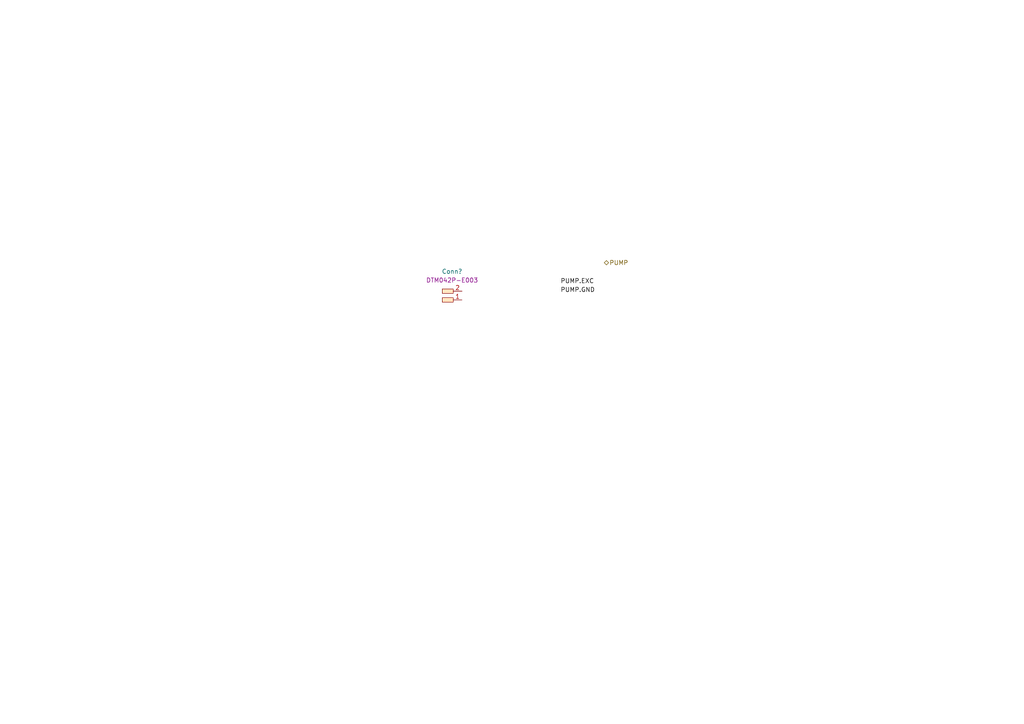
<source format=kicad_sch>
(kicad_sch (version 20231120) (generator "eeschema") (generator_version "8.0")
  (paper "A4")
  (title_block (title "DEVICE - PUMP"))
  (lib_symbols
    (symbol "Connectors_SUFST:Deutsch_DTM_2P_Pin"
      (property "Reference" "Conn" (at 0 -1.905 0))
      (property "P/N" "DTM042P-E003" (at 0 0 0))
      (symbol "Deutsch_DTM_2P_Pin_0_1"
        (polyline (pts (xy -0.635 -4.445) (xy 1.905 -4.445)))
      )
      (symbol "Deutsch_DTM_2P_Pin_1_1"
        (rectangle (start -3.81 -6.35) (end -0.635 -7.62) (fill (type color) (color 255 229 191 1)))
        (rectangle (start -3.81 -3.81) (end -0.635 -5.08) (fill (type color) (color 255 229 191 1)))
        (pin input line (at 1.905 -6.985 180) (length 2.54) (name "") (number "1"))
        (pin input line (at 1.905 -4.445 180) (length 2.54) (name "") (number "2"))
      )
    )
  )
  (label "PUMP.GND" (at 162.56 85.09 0))
  (label "PUMP.EXC" (at 162.56 82.55 0))
  (hierarchical_label "PUMP" (shape bidirectional) (at 175.26 76.2 0))
  (symbol (lib_id "Connectors_SUFST:Deutsch_DTM_2P_Pin") (at 132.08 80.01 0) (unit 1)
    (property "Reference" "Conn?" (at 131.1275 78.74 0))
    (property "Value" "Deutsch_DTM_2P_Pin" (effects (hide yes)))
    (property "P/N" "DTM042P-E003" (at 131.1275 81.28 0))
  )
)
</source>
